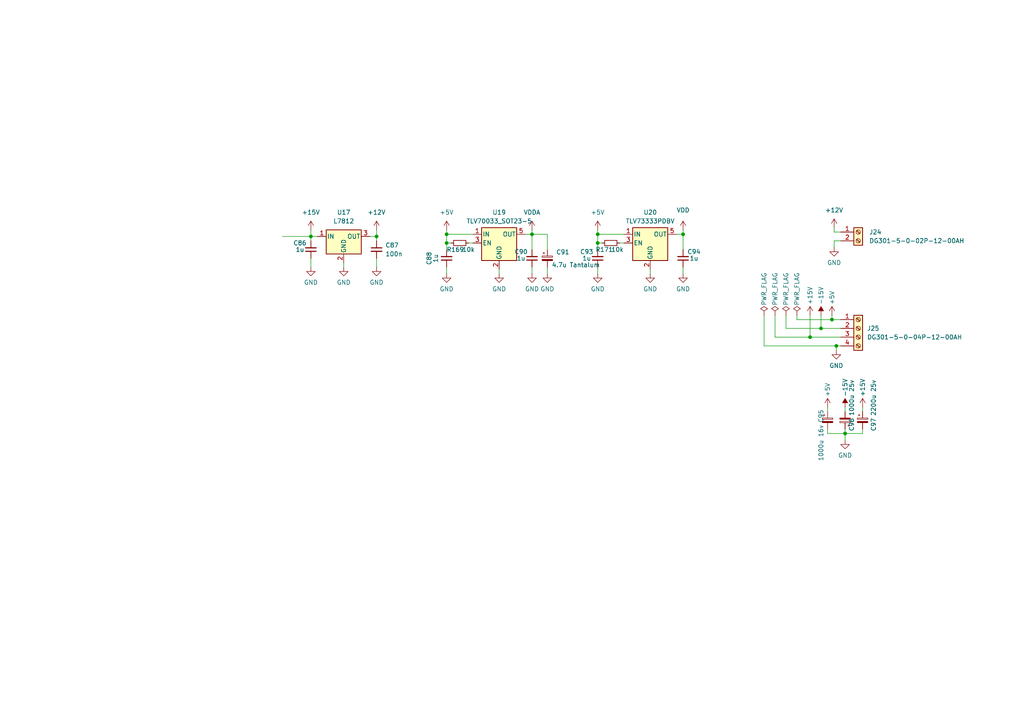
<source format=kicad_sch>
(kicad_sch (version 20211123) (generator eeschema)
  (paper "A4")
  (lib_symbols
    (symbol "Connector:Screw_Terminal_01x02" (pin_names (offset 1.016) hide)
      (property "Reference" "J" (at 0 2.54 0))
      (property "Value" "Screw_Terminal_01x02" (at 0 -5.08 0))
      (symbol "Screw_Terminal_01x02_1_1"
        (rectangle (start -1.27 1.27) (end 1.27 -3.81) (stroke (width 0.254)) (fill (type background)))
        (circle (center 0 -2.54) (radius 0.635) (stroke (width 0.1524)))
        (polyline (pts (xy -0.5334 -2.2098) (xy 0.3302 -3.048)) (stroke (width 0.1524)))
        (polyline (pts (xy -0.5334 0.3302) (xy 0.3302 -0.508)) (stroke (width 0.1524)))
        (polyline (pts (xy -0.3556 -2.032) (xy 0.508 -2.8702)) (stroke (width 0.1524)))
        (polyline (pts (xy -0.3556 0.508) (xy 0.508 -0.3302)) (stroke (width 0.1524)))
        (circle (center 0 0) (radius 0.635) (stroke (width 0.1524)))
        (pin passive line (at -5.08 0 0) (length 3.81) (name "Pin_1") (number "1"))
        (pin passive line (at -5.08 -2.54 0) (length 3.81) (name "Pin_2") (number "2"))
      )
    )
    (symbol "Connector:Screw_Terminal_01x04" (pin_names (offset 1.016) hide)
      (property "Reference" "J" (at 0 5.08 0))
      (property "Value" "Screw_Terminal_01x04" (at 0 -7.62 0))
      (symbol "Screw_Terminal_01x04_1_1"
        (rectangle (start -1.27 3.81) (end 1.27 -6.35) (stroke (width 0.254)) (fill (type background)))
        (circle (center 0 -5.08) (radius 0.635) (stroke (width 0.1524)))
        (circle (center 0 -2.54) (radius 0.635) (stroke (width 0.1524)))
        (polyline (pts (xy -0.5334 -4.7498) (xy 0.3302 -5.588)) (stroke (width 0.1524)))
        (polyline (pts (xy -0.5334 -2.2098) (xy 0.3302 -3.048)) (stroke (width 0.1524)))
        (polyline (pts (xy -0.5334 0.3302) (xy 0.3302 -0.508)) (stroke (width 0.1524)))
        (polyline (pts (xy -0.5334 2.8702) (xy 0.3302 2.032)) (stroke (width 0.1524)))
        (polyline (pts (xy -0.3556 -4.572) (xy 0.508 -5.4102)) (stroke (width 0.1524)))
        (polyline (pts (xy -0.3556 -2.032) (xy 0.508 -2.8702)) (stroke (width 0.1524)))
        (polyline (pts (xy -0.3556 0.508) (xy 0.508 -0.3302)) (stroke (width 0.1524)))
        (polyline (pts (xy -0.3556 3.048) (xy 0.508 2.2098)) (stroke (width 0.1524)))
        (circle (center 0 0) (radius 0.635) (stroke (width 0.1524)))
        (circle (center 0 2.54) (radius 0.635) (stroke (width 0.1524)))
        (pin passive line (at -5.08 2.54 0) (length 3.81) (name "Pin_1") (number "1"))
        (pin passive line (at -5.08 0 0) (length 3.81) (name "Pin_2") (number "2"))
        (pin passive line (at -5.08 -2.54 0) (length 3.81) (name "Pin_3") (number "3"))
        (pin passive line (at -5.08 -5.08 0) (length 3.81) (name "Pin_4") (number "4"))
      )
    )
    (symbol "Device:C_Polarized_Small" (pin_numbers hide) (pin_names (offset 0.254) hide)
      (property "Reference" "C" (at 0.254 1.778 0))
      (property "Value" "C_Polarized_Small" (at 0.254 -2.032 0))
      (symbol "C_Polarized_Small_0_1"
        (rectangle (start -1.524 -0.3048) (end 1.524 -0.6858) (fill (type outline)))
        (rectangle (start -1.524 0.6858) (end 1.524 0.3048))
        (polyline (pts (xy -1.27 1.524) (xy -0.762 1.524)))
        (polyline (pts (xy -1.016 1.27) (xy -1.016 1.778)))
      )
      (symbol "C_Polarized_Small_1_1"
        (pin passive line (at 0 2.54 270) (length 1.8542) (name "~") (number "1"))
        (pin passive line (at 0 -2.54 90) (length 1.8542) (name "~") (number "2"))
      )
    )
    (symbol "Device:C_Small" (pin_numbers hide) (pin_names (offset 0.254) hide)
      (property "Reference" "C" (at 0.254 1.778 0))
      (property "Value" "C_Small" (at 0.254 -2.032 0))
      (symbol "C_Small_0_1"
        (polyline (pts (xy -1.524 -0.508) (xy 1.524 -0.508)) (stroke (width 0.3302)))
        (polyline (pts (xy -1.524 0.508) (xy 1.524 0.508)) (stroke (width 0.3048)))
      )
      (symbol "C_Small_1_1"
        (pin passive line (at 0 2.54 270) (length 2.032) (name "~") (number "1"))
        (pin passive line (at 0 -2.54 90) (length 2.032) (name "~") (number "2"))
      )
    )
    (symbol "Device:R_Small" (pin_numbers hide) (pin_names (offset 0.254) hide)
      (property "Reference" "R" (at 0.762 0.508 0))
      (property "Value" "R_Small" (at 0.762 -1.016 0))
      (symbol "R_Small_0_1"
        (rectangle (start -0.762 1.778) (end 0.762 -1.778) (stroke (width 0.2032)))
      )
      (symbol "R_Small_1_1"
        (pin passive line (at 0 2.54 270) (length 0.762) (name "~") (number "1"))
        (pin passive line (at 0 -2.54 90) (length 0.762) (name "~") (number "2"))
      )
    )
    (symbol "Regulator_Linear:L7812" (pin_names (offset 0.254))
      (property "Reference" "U" (at -3.81 3.175 0))
      (property "Value" "L7812" (at 0 3.175 0))
      (symbol "L7812_0_1"
        (rectangle (start -5.08 1.905) (end 5.08 -5.08) (stroke (width 0.254)) (fill (type background)))
      )
      (symbol "L7812_1_1"
        (pin power_in line (at -7.62 0 0) (length 2.54) (name "IN") (number "1"))
        (pin power_in line (at 0 -7.62 90) (length 2.54) (name "GND") (number "2"))
        (pin power_out line (at 7.62 0 180) (length 2.54) (name "OUT") (number "3"))
      )
    )
    (symbol "Regulator_Linear:TLV70033_SOT23-5" (pin_names (offset 0.254))
      (property "Reference" "U" (at -3.81 5.715 0))
      (property "Value" "TLV70033_SOT23-5" (at 0 5.715 0))
      (symbol "TLV70033_SOT23-5_0_1"
        (rectangle (start -5.08 4.445) (end 5.08 -5.08) (stroke (width 0.254)) (fill (type background)))
      )
      (symbol "TLV70033_SOT23-5_1_1"
        (pin power_in line (at -7.62 2.54 0) (length 2.54) (name "IN") (number "1"))
        (pin power_in line (at 0 -7.62 90) (length 2.54) (name "GND") (number "2"))
        (pin input line (at -7.62 0 0) (length 2.54) (name "EN") (number "3"))
        (pin no_connect line (at 5.08 0 180) (length 2.54) hide (name "NC") (number "4"))
        (pin power_out line (at 7.62 2.54 180) (length 2.54) (name "OUT") (number "5"))
      )
    )
    (symbol "Regulator_Linear:TLV73333PDBV" (pin_names (offset 0.254))
      (property "Reference" "U" (at -3.81 5.715 0))
      (property "Value" "TLV73333PDBV" (at 0 5.715 0))
      (symbol "TLV73333PDBV_0_1"
        (rectangle (start -5.08 4.445) (end 5.08 -5.08) (stroke (width 0.254)) (fill (type background)))
      )
      (symbol "TLV73333PDBV_1_1"
        (pin power_in line (at -7.62 2.54 0) (length 2.54) (name "IN") (number "1"))
        (pin power_in line (at 0 -7.62 90) (length 2.54) (name "GND") (number "2"))
        (pin input line (at -7.62 0 0) (length 2.54) (name "EN") (number "3"))
        (pin no_connect line (at 5.08 0 180) (length 2.54) hide (name "NC") (number "4"))
        (pin power_out line (at 7.62 2.54 180) (length 2.54) (name "OUT") (number "5"))
      )
    )
    (symbol "power:+12V" (power) (pin_names (offset 0))
      (property "Value" "+12V" (at 0 3.556 0))
      (symbol "+12V_0_1"
        (polyline (pts (xy -0.762 1.27) (xy 0 2.54)))
        (polyline (pts (xy 0 0) (xy 0 2.54)))
        (polyline (pts (xy 0 2.54) (xy 0.762 1.27)))
      )
      (symbol "+12V_1_1"
        (pin power_in line (at 0 0 90) (length 0) hide (name "+12V") (number "1"))
      )
    )
    (symbol "power:+15V" (power) (pin_names (offset 0))
      (property "Value" "+15V" (at 0 3.556 0))
      (symbol "+15V_0_1"
        (polyline (pts (xy -0.762 1.27) (xy 0 2.54)))
        (polyline (pts (xy 0 0) (xy 0 2.54)))
        (polyline (pts (xy 0 2.54) (xy 0.762 1.27)))
      )
      (symbol "+15V_1_1"
        (pin power_in line (at 0 0 90) (length 0) hide (name "+15V") (number "1"))
      )
    )
    (symbol "power:+5V" (power) (pin_names (offset 0))
      (property "Value" "+5V" (at 0 3.556 0))
      (symbol "+5V_0_1"
        (polyline (pts (xy -0.762 1.27) (xy 0 2.54)))
        (polyline (pts (xy 0 0) (xy 0 2.54)))
        (polyline (pts (xy 0 2.54) (xy 0.762 1.27)))
      )
      (symbol "+5V_1_1"
        (pin power_in line (at 0 0 90) (length 0) hide (name "+5V") (number "1"))
      )
    )
    (symbol "power:-15V" (power) (pin_names (offset 0))
      (property "Value" "-15V" (at 0 3.81 0))
      (symbol "-15V_0_0"
        (pin power_in line (at 0 0 90) (length 0) hide (name "-15V") (number "1"))
      )
      (symbol "-15V_0_1"
        (polyline (pts (xy 0 0) (xy 0 1.27) (xy 0.762 1.27) (xy 0 2.54) (xy -0.762 1.27) (xy 0 1.27)) (fill (type outline)))
      )
    )
    (symbol "power:GND" (power) (pin_names (offset 0))
      (property "Value" "GND" (at 0 -3.81 0))
      (symbol "GND_0_1"
        (polyline (pts (xy 0 0) (xy 0 -1.27) (xy 1.27 -1.27) (xy 0 -2.54) (xy -1.27 -1.27) (xy 0 -1.27)))
      )
      (symbol "GND_1_1"
        (pin power_in line (at 0 0 270) (length 0) hide (name "GND") (number "1"))
      )
    )
    (symbol "power:PWR_FLAG" (power) (pin_numbers hide) (pin_names (offset 0) hide)
      (property "Value" "PWR_FLAG" (at 0 3.81 0))
      (symbol "PWR_FLAG_0_0"
        (pin power_out line (at 0 0 90) (length 0) (name "pwr") (number "1"))
      )
      (symbol "PWR_FLAG_0_1"
        (polyline (pts (xy 0 0) (xy 0 1.27) (xy -1.016 1.905) (xy 0 2.54) (xy 1.016 1.905) (xy 0 1.27)))
      )
    )
    (symbol "power:VDD" (power) (pin_names (offset 0))
      (property "Value" "VDD" (at 0 3.81 0))
      (symbol "VDD_0_1"
        (polyline (pts (xy -0.762 1.27) (xy 0 2.54)))
        (polyline (pts (xy 0 0) (xy 0 2.54)))
        (polyline (pts (xy 0 2.54) (xy 0.762 1.27)))
      )
      (symbol "VDD_1_1"
        (pin power_in line (at 0 0 90) (length 0) hide (name "VDD") (number "1"))
      )
    )
    (symbol "power:VDDA" (power) (pin_names (offset 0))
      (property "Value" "VDDA" (at 0 3.81 0))
      (symbol "VDDA_0_1"
        (polyline (pts (xy -0.762 1.27) (xy 0 2.54)))
        (polyline (pts (xy 0 0) (xy 0 2.54)))
        (polyline (pts (xy 0 2.54) (xy 0.762 1.27)))
      )
      (symbol "VDDA_1_1"
        (pin power_in line (at 0 0 90) (length 0) hide (name "VDDA") (number "1"))
      )
    )
  )
  (junction (at 234.95 97.79))
  (junction (at 238.125 95.25))
  (junction (at 245.11 125.73))
  (junction (at 242.57 100.33))
  (junction (at 173.355 70.485))
  (junction (at 90.17 68.58))
  (junction (at 129.54 67.945))
  (junction (at 198.12 67.945))
  (junction (at 173.355 67.945))
  (junction (at 241.3 92.71))
  (junction (at 109.22 68.58))
  (junction (at 129.54 70.485))
  (junction (at 154.305 67.945))
  (wire (pts (xy 129.54 70.485) (xy 129.54 72.39)))
  (wire (pts (xy 221.615 91.44) (xy 221.615 100.33)))
  (wire (pts (xy 158.75 72.39) (xy 158.75 67.945)))
  (wire (pts (xy 158.75 77.47) (xy 158.75 79.375)))
  (wire (pts (xy 81.915 68.58) (xy 90.17 68.58)))
  (wire (pts (xy 173.355 77.47) (xy 173.355 79.375)))
  (wire (pts (xy 107.315 68.58) (xy 109.22 68.58)))
  (wire (pts (xy 144.78 78.105) (xy 144.78 79.375)))
  (wire (pts (xy 129.54 77.47) (xy 129.54 79.375)))
  (wire (pts (xy 129.54 66.675) (xy 129.54 67.945)))
  (wire (pts (xy 173.355 67.945) (xy 180.975 67.945)))
  (wire (pts (xy 154.305 77.47) (xy 154.305 79.375)))
  (wire (pts (xy 90.17 74.93) (xy 90.17 77.47)))
  (wire (pts (xy 221.615 100.33) (xy 242.57 100.33)))
  (wire (pts (xy 245.11 118.11) (xy 245.11 119.38)))
  (wire (pts (xy 241.3 91.44) (xy 241.3 92.71)))
  (wire (pts (xy 227.965 91.44) (xy 227.965 95.25)))
  (wire (pts (xy 241.3 92.71) (xy 243.84 92.71)))
  (wire (pts (xy 243.84 100.33) (xy 242.57 100.33)))
  (wire (pts (xy 198.12 72.39) (xy 198.12 67.945)))
  (wire (pts (xy 224.79 97.79) (xy 234.95 97.79)))
  (wire (pts (xy 109.22 68.58) (xy 109.22 66.675)))
  (wire (pts (xy 198.12 67.945) (xy 196.215 67.945)))
  (wire (pts (xy 99.695 76.2) (xy 99.695 77.47)))
  (wire (pts (xy 109.22 74.93) (xy 109.22 77.47)))
  (wire (pts (xy 238.125 95.25) (xy 243.84 95.25)))
  (wire (pts (xy 231.14 91.44) (xy 231.14 92.71)))
  (wire (pts (xy 224.79 91.44) (xy 224.79 97.79)))
  (wire (pts (xy 245.11 125.73) (xy 250.19 125.73)))
  (wire (pts (xy 173.355 67.945) (xy 173.355 70.485)))
  (wire (pts (xy 231.14 92.71) (xy 241.3 92.71)))
  (wire (pts (xy 241.935 69.85) (xy 241.935 71.755)))
  (wire (pts (xy 135.89 70.485) (xy 137.16 70.485)))
  (wire (pts (xy 245.11 125.73) (xy 245.11 127.635)))
  (wire (pts (xy 173.355 70.485) (xy 174.625 70.485)))
  (wire (pts (xy 242.57 100.33) (xy 242.57 101.6)))
  (wire (pts (xy 240.03 124.46) (xy 240.03 125.73)))
  (wire (pts (xy 154.305 66.675) (xy 154.305 67.945)))
  (wire (pts (xy 90.17 68.58) (xy 92.075 68.58)))
  (wire (pts (xy 234.95 91.44) (xy 234.95 97.79)))
  (wire (pts (xy 90.17 68.58) (xy 90.17 69.85)))
  (wire (pts (xy 109.22 68.58) (xy 109.22 69.85)))
  (wire (pts (xy 154.305 67.945) (xy 152.4 67.945)))
  (wire (pts (xy 198.12 66.675) (xy 198.12 67.945)))
  (wire (pts (xy 241.935 67.31) (xy 243.84 67.31)))
  (wire (pts (xy 179.705 70.485) (xy 180.975 70.485)))
  (wire (pts (xy 234.95 97.79) (xy 243.84 97.79)))
  (wire (pts (xy 240.03 125.73) (xy 245.11 125.73)))
  (wire (pts (xy 129.54 70.485) (xy 130.81 70.485)))
  (wire (pts (xy 198.12 77.47) (xy 198.12 79.375)))
  (wire (pts (xy 154.305 67.945) (xy 158.75 67.945)))
  (wire (pts (xy 90.17 66.675) (xy 90.17 68.58)))
  (wire (pts (xy 188.595 78.105) (xy 188.595 79.375)))
  (wire (pts (xy 241.935 66.04) (xy 241.935 67.31)))
  (wire (pts (xy 129.54 67.945) (xy 137.16 67.945)))
  (wire (pts (xy 243.84 69.85) (xy 241.935 69.85)))
  (wire (pts (xy 240.03 118.11) (xy 240.03 119.38)))
  (wire (pts (xy 173.355 66.675) (xy 173.355 67.945)))
  (wire (pts (xy 154.305 72.39) (xy 154.305 67.945)))
  (wire (pts (xy 250.19 118.11) (xy 250.19 119.38)))
  (wire (pts (xy 129.54 67.945) (xy 129.54 70.485)))
  (wire (pts (xy 245.11 124.46) (xy 245.11 125.73)))
  (wire (pts (xy 250.19 125.73) (xy 250.19 124.46)))
  (wire (pts (xy 227.965 95.25) (xy 238.125 95.25)))
  (wire (pts (xy 238.125 91.44) (xy 238.125 95.25)))
  (wire (pts (xy 173.355 70.485) (xy 173.355 72.39)))
  (symbol (lib_id "power:GND") (at 154.305 79.375 0) (unit 1)
    (property "Reference" "#PWR0164" (effects hide))
    (property "Value" "GND" (at 154.305 83.82 0))
  )
  (symbol (lib_id "Device:R_Small") (at 177.165 70.485 270) (unit 1)
    (property "Reference" "R171" (at 175.26 72.39 90))
    (property "Value" "10k" (at 179.07 72.39 90))
    (property "Footprint" "Resistor_SMD:R_0603_1608Metric_Pad0.98x0.95mm_HandSolder" (effects hide))
    (property "Link" "https://ozdisan.com/passive-components/resistors/smt-smd-and-chip-resistors/0603SAF1002T5E" (effects hide))
    (property "Price" "0.00221" (effects hide))
  )
  (symbol (lib_id "Device:C_Polarized_Small") (at 158.75 74.93 0) (unit 1)
    (property "Reference" "C91" (at 161.29 73.1138 0) (effects (justify left)))
    (property "Value" "4.7u Tantalum" (at 160.02 76.835 0) (effects (justify left)))
    (property "Footprint" "Capacitor_Tantalum_SMD:CP_EIA-3528-21_Kemet-B_Pad1.50x2.35mm_HandSolder" (effects hide))
    (property "Link" "https://ozdisan.com/passive-components/capacitors/tantalum-capacitors/T491B475M020AT" (effects hide))
    (property "Price" "0.20620" (effects hide))
  )
  (symbol (lib_id "power:VDDA") (at 154.305 66.675 0) (unit 1)
    (property "Reference" "#PWR0163" (effects hide))
    (property "Value" "VDDA" (at 154.305 61.595 0))
  )
  (symbol (lib_id "Regulator_Linear:TLV70033_SOT23-5") (at 144.78 70.485 0) (unit 1)
    (property "Reference" "U19" (at 144.78 61.595 0))
    (property "Value" "TLV70033_SOT23-5" (at 144.78 64.135 0))
    (property "Footprint" "Package_TO_SOT_SMD:SOT-23-5" (effects hide))
    (property "Datasheet" "http://www.ti.com/lit/ds/symlink/tlv700.pdf" (effects hide))
    (property "Link" "https://ozdisan.com/integrated-circuits-ics/power-management-ics/linear-voltage-regulators/TLV70033DDCR" (effects hide))
    (property "Price" "0.22709" (effects hide))
  )
  (symbol (lib_id "power:GND") (at 109.22 77.47 0) (unit 1)
    (property "Reference" "#PWR0155" (effects hide))
    (property "Value" "GND" (at 109.22 81.915 0))
  )
  (symbol (lib_id "Connector:Screw_Terminal_01x04") (at 248.92 95.25 0) (unit 1)
    (property "Reference" "J25" (at 251.46 95.2499 0) (effects (justify left)))
    (property "Value" "DG301-5-0-04P-12-00AH" (at 251.46 97.7899 0) (effects (justify left)))
    (property "Footprint" "conn:DG301-5.0-04P-12-00AH" (effects hide))
    (property "Link" "https://ozdisan.com/connectors-and-interconnects/terminal-blocks/pcb-terminal-blocks/DG301-5-0-04P-12-00AH" (effects hide))
    (property "Price" "0.21126" (effects hide))
  )
  (symbol (lib_id "power:+15V") (at 250.19 118.11 0) (unit 1)
    (property "Reference" "#PWR0181" (effects hide))
    (property "Value" "+15V" (at 250.19 112.395 90))
  )
  (symbol (lib_id "power:GND") (at 241.935 71.755 0) (unit 1)
    (property "Reference" "#PWR0177" (effects hide))
    (property "Value" "GND" (at 241.935 76.2 0))
  )
  (symbol (lib_id "Device:C_Small") (at 109.22 72.39 0) (unit 1)
    (property "Reference" "C87" (at 111.76 71.1262 0) (effects (justify left)))
    (property "Value" "100n" (at 111.76 73.6662 0) (effects (justify left)))
    (property "Footprint" "Capacitor_SMD:C_0603_1608Metric_Pad1.08x0.95mm_HandSolder" (effects hide))
    (property "Link" "https://ozdisan.com/passive-components/capacitors/smt-smd-and-mlcc-capacitors/CL10B104KB8NNNC" (effects hide))
    (property "Price" "0.00448" (effects hide))
  )
  (symbol (lib_id "power:PWR_FLAG") (at 224.79 91.44 0) (unit 1)
    (property "Reference" "#FLG0104" (effects hide))
    (property "Value" "PWR_FLAG" (at 224.79 83.82 90))
  )
  (symbol (lib_id "power:+15V") (at 234.95 91.44 0) (unit 1)
    (property "Reference" "#PWR0175" (effects hide))
    (property "Value" "+15V" (at 234.95 85.725 90))
  )
  (symbol (lib_id "Device:C_Polarized_Small") (at 250.19 121.92 0) (unit 1)
    (property "Reference" "C97" (at 253.365 125.095 90) (effects (justify left)))
    (property "Value" "2200u 25v" (at 253.365 120.65 90) (effects (justify left)))
    (property "Footprint" "Capacitor_THT:CP_Radial_D12.5mm_P5.00mm" (effects hide))
    (property "Link" "https://ozdisan.com/passive-components/capacitors/aluminum-capacitors/PKLH-025V222MI220-TA5-0" (effects hide))
    (property "Price" "0.29935" (effects hide))
  )
  (symbol (lib_id "power:GND") (at 173.355 79.375 0) (unit 1)
    (property "Reference" "#PWR0168" (effects hide))
    (property "Value" "GND" (at 173.355 83.82 0))
  )
  (symbol (lib_id "Device:C_Small") (at 154.305 74.93 180) (unit 1)
    (property "Reference" "C90" (at 151.13 73.025 0))
    (property "Value" "1u" (at 151.13 74.93 0))
    (property "Footprint" "Capacitor_SMD:C_0603_1608Metric_Pad1.08x0.95mm_HandSolder" (effects hide))
    (property "Link" "https://ozdisan.com/passive-components/capacitors/smt-smd-and-mlcc-capacitors/CL10B105KA8NNNC" (effects hide))
    (property "Price" "0.00926" (effects hide))
  )
  (symbol (lib_id "power:PWR_FLAG") (at 231.14 91.44 0) (unit 1)
    (property "Reference" "#FLG0103" (effects hide))
    (property "Value" "PWR_FLAG" (at 231.14 83.82 90))
  )
  (symbol (lib_id "Device:R_Small") (at 133.35 70.485 270) (unit 1)
    (property "Reference" "R169" (at 132.08 72.39 90))
    (property "Value" "10k" (at 135.89 72.39 90))
    (property "Footprint" "Resistor_SMD:R_0603_1608Metric_Pad0.98x0.95mm_HandSolder" (effects hide))
    (property "Link" "https://ozdisan.com/passive-components/resistors/smt-smd-and-chip-resistors/0603SAF1002T5E" (effects hide))
    (property "Price" "0.00221" (effects hide))
  )
  (symbol (lib_id "power:PWR_FLAG") (at 227.965 91.44 0) (unit 1)
    (property "Reference" "#FLG0101" (effects hide))
    (property "Value" "PWR_FLAG" (at 227.965 83.82 90))
  )
  (symbol (lib_id "power:+5V") (at 173.355 66.675 0) (unit 1)
    (property "Reference" "#PWR0167" (effects hide))
    (property "Value" "+5V" (at 173.355 61.595 0))
  )
  (symbol (lib_id "power:GND") (at 129.54 79.375 0) (unit 1)
    (property "Reference" "#PWR0158" (effects hide))
    (property "Value" "GND" (at 129.54 83.82 0))
  )
  (symbol (lib_id "Device:C_Small") (at 173.355 74.93 180) (unit 1)
    (property "Reference" "C93" (at 170.18 73.025 0))
    (property "Value" "1u" (at 170.18 74.93 0))
    (property "Footprint" "Capacitor_SMD:C_0603_1608Metric_Pad1.08x0.95mm_HandSolder" (effects hide))
    (property "Link" "https://ozdisan.com/passive-components/capacitors/smt-smd-and-mlcc-capacitors/CL10B105KA8NNNC" (effects hide))
    (property "Price" "0.00926" (effects hide))
  )
  (symbol (lib_id "power:GND") (at 144.78 79.375 0) (unit 1)
    (property "Reference" "#PWR0161" (effects hide))
    (property "Value" "GND" (at 144.78 83.82 0))
  )
  (symbol (lib_id "Device:C_Small") (at 90.17 72.39 180) (unit 1)
    (property "Reference" "C86" (at 86.995 70.485 0))
    (property "Value" "1u" (at 86.995 72.39 0))
    (property "Footprint" "Capacitor_SMD:C_0603_1608Metric_Pad1.08x0.95mm_HandSolder" (effects hide))
    (property "Link" "https://ozdisan.com/passive-components/capacitors/smt-smd-and-mlcc-capacitors/CL10B105KA8NNNC" (effects hide))
    (property "Price" "0.00926" (effects hide))
  )
  (symbol (lib_id "power:+5V") (at 241.3 91.44 0) (unit 1)
    (property "Reference" "#PWR0172" (effects hide))
    (property "Value" "+5V" (at 241.3 86.36 90))
  )
  (symbol (lib_id "Device:C_Small") (at 129.54 74.93 180) (unit 1)
    (property "Reference" "C88" (at 124.46 74.93 90))
    (property "Value" "1u" (at 126.365 74.93 90))
    (property "Footprint" "Capacitor_SMD:C_0603_1608Metric_Pad1.08x0.95mm_HandSolder" (effects hide))
    (property "Link" "https://ozdisan.com/passive-components/capacitors/smt-smd-and-mlcc-capacitors/CL10B105KA8NNNC" (effects hide))
    (property "Price" "0.00926" (effects hide))
  )
  (symbol (lib_id "power:GND") (at 99.695 77.47 0) (unit 1)
    (property "Reference" "#PWR0153" (effects hide))
    (property "Value" "GND" (at 99.695 81.915 0))
  )
  (symbol (lib_id "Device:C_Polarized_Small") (at 240.03 121.92 0) (unit 1)
    (property "Reference" "C95" (at 238.125 118.745 90) (effects (justify right)))
    (property "Value" "1000u 16v" (at 238.125 123.19 90) (effects (justify right)))
    (property "Footprint" "Capacitor_THT:CP_Radial_D10.0mm_P5.00mm" (effects hide))
    (property "Link" "https://ozdisan.com/passive-components/capacitors/aluminum-capacitors/PKLH-025V102MG200-TA5-0" (effects hide))
    (property "Price" "0.13444" (effects hide))
  )
  (symbol (lib_id "power:PWR_FLAG") (at 221.615 91.44 0) (unit 1)
    (property "Reference" "#FLG0105" (effects hide))
    (property "Value" "PWR_FLAG" (at 221.615 83.82 90))
  )
  (symbol (lib_id "power:GND") (at 198.12 79.375 0) (unit 1)
    (property "Reference" "#PWR0171" (effects hide))
    (property "Value" "GND" (at 198.12 83.82 0))
  )
  (symbol (lib_id "power:+5V") (at 240.03 118.11 0) (unit 1)
    (property "Reference" "#PWR0174" (effects hide))
    (property "Value" "+5V" (at 240.03 113.03 90))
  )
  (symbol (lib_id "power:+5V") (at 129.54 66.675 0) (unit 1)
    (property "Reference" "#PWR0157" (effects hide))
    (property "Value" "+5V" (at 129.54 61.595 0))
  )
  (symbol (lib_id "power:GND") (at 188.595 79.375 0) (unit 1)
    (property "Reference" "#PWR0169" (effects hide))
    (property "Value" "GND" (at 188.595 83.82 0))
  )
  (symbol (lib_id "Device:C_Polarized_Small") (at 245.11 121.92 180) (unit 1)
    (property "Reference" "C96" (at 247.015 125.095 90) (effects (justify right)))
    (property "Value" "1000u 25v" (at 247.015 120.65 90) (effects (justify right)))
    (property "Footprint" "Capacitor_THT:CP_Radial_D10.0mm_P5.00mm" (effects hide))
    (property "Link" "https://ozdisan.com/passive-components/capacitors/aluminum-capacitors/PKLH-025V102MG200-TA5-0" (effects hide))
    (property "Price" "0.13444" (effects hide))
  )
  (symbol (lib_id "power:+12V") (at 109.22 66.675 0) (unit 1)
    (property "Reference" "#PWR0154" (effects hide))
    (property "Value" "+12V" (at 109.22 61.595 0))
  )
  (symbol (lib_id "Device:C_Small") (at 198.12 74.93 180) (unit 1)
    (property "Reference" "C94" (at 201.295 73.025 0))
    (property "Value" "1u" (at 201.295 74.93 0))
    (property "Footprint" "Capacitor_SMD:C_0603_1608Metric_Pad1.08x0.95mm_HandSolder" (effects hide))
    (property "Link" "https://ozdisan.com/passive-components/capacitors/smt-smd-and-mlcc-capacitors/CL10B105KA8NNNC" (effects hide))
    (property "Price" "0.00926" (effects hide))
  )
  (symbol (lib_id "Regulator_Linear:L7812") (at 99.695 68.58 0) (unit 1)
    (property "Reference" "U17" (at 99.695 61.595 0))
    (property "Value" "L7812" (at 99.695 64.135 0))
    (property "Footprint" "Package_TO_SOT_SMD:TO-263-2" (effects hide))
    (property "Datasheet" "http://www.st.com/content/ccc/resource/technical/document/datasheet/41/4f/b3/b0/12/d4/47/88/CD00000444.pdf/files/CD00000444.pdf/jcr:content/translations/en.CD00000444.pdf" (effects hide))
    (property "Link" "https://ozdisan.com/integrated-circuits-ics/power-management-ics/linear-voltage-regulators/L7812CD2T-TR" (effects hide))
    (property "Price" "0.46966" (effects hide))
  )
  (symbol (lib_id "power:GND") (at 245.11 127.635 0) (unit 1)
    (property "Reference" "#PWR0180" (effects hide))
    (property "Value" "GND" (at 245.11 132.08 0))
  )
  (symbol (lib_id "power:GND") (at 90.17 77.47 0) (unit 1)
    (property "Reference" "#PWR0152" (effects hide))
    (property "Value" "GND" (at 90.17 81.915 0))
  )
  (symbol (lib_id "power:GND") (at 242.57 101.6 0) (unit 1)
    (property "Reference" "#PWR0178" (effects hide))
    (property "Value" "GND" (at 242.57 106.045 0))
  )
  (symbol (lib_id "power:-15V") (at 238.125 91.44 0) (unit 1)
    (property "Reference" "#PWR0173" (effects hide))
    (property "Value" "-15V" (at 238.125 85.725 90))
  )
  (symbol (lib_id "Regulator_Linear:TLV73333PDBV") (at 188.595 70.485 0) (unit 1)
    (property "Reference" "U20" (at 188.595 61.595 0))
    (property "Value" "TLV73333PDBV" (at 188.595 64.135 0))
    (property "Footprint" "Package_TO_SOT_SMD:SOT-23-5" (effects hide))
    (property "Datasheet" "http://www.ti.com/lit/ds/symlink/tlv733p.pdf" (effects hide))
    (property "Link" "https://ozdisan.com/Product/Detail/532538/TLV73333PDBVR" (effects hide))
    (property "Price" "0.16754" (effects hide))
  )
  (symbol (lib_id "Connector:Screw_Terminal_01x02") (at 248.92 67.31 0) (unit 1)
    (property "Reference" "J24" (at 252.095 67.3099 0) (effects (justify left)))
    (property "Value" "DG301-5-0-02P-12-00AH" (at 252.095 69.8499 0) (effects (justify left)))
    (property "Footprint" "conn:DG301-5.0-02P-12-00AH" (effects hide))
    (property "Link" "https://ozdisan.com/connectors-and-interconnects/terminal-blocks/pcb-terminal-blocks/DG301-5-0-02P-12-00AH" (effects hide))
    (property "Price" "0.11212" (effects hide))
  )
  (symbol (lib_id "power:+12V") (at 241.935 66.04 0) (unit 1)
    (property "Reference" "#PWR0176" (effects hide))
    (property "Value" "+12V" (at 241.935 60.96 0))
  )
  (symbol (lib_id "power:GND") (at 158.75 79.375 0) (unit 1)
    (property "Reference" "#PWR0165" (effects hide))
    (property "Value" "GND" (at 158.75 83.82 0))
  )
  (symbol (lib_id "power:VDD") (at 198.12 66.675 0) (unit 1)
    (property "Reference" "#PWR0170" (effects hide))
    (property "Value" "VDD" (at 198.12 60.96 0))
  )
  (symbol (lib_id "power:+15V") (at 90.17 66.675 0) (unit 1)
    (property "Reference" "#PWR0151" (effects hide))
    (property "Value" "+15V" (at 90.17 61.595 0))
  )
  (symbol (lib_id "power:-15V") (at 245.11 118.11 0) (unit 1)
    (property "Reference" "#PWR0179" (effects hide))
    (property "Value" "-15V" (at 245.11 112.395 90))
  )
)
</source>
